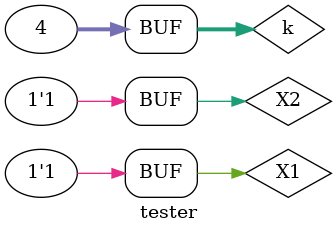
<source format=v>
module tester;
    reg X1, X2;
    wire Y;
    integer k;

    cmos_nand DUT(Y, X1, X2);

    initial
        begin
            $dumpfile("nandvalues.vcd");
            $dumpvars(0, tester);
            $monitor($time, ": X1 = %b, X2 = %b, Y = %b", X1, X2, Y);
            for(k = 0; k < 4; k ++)
                begin
                    #5 {X1, X2} = k;
                end
        end
endmodule
</source>
